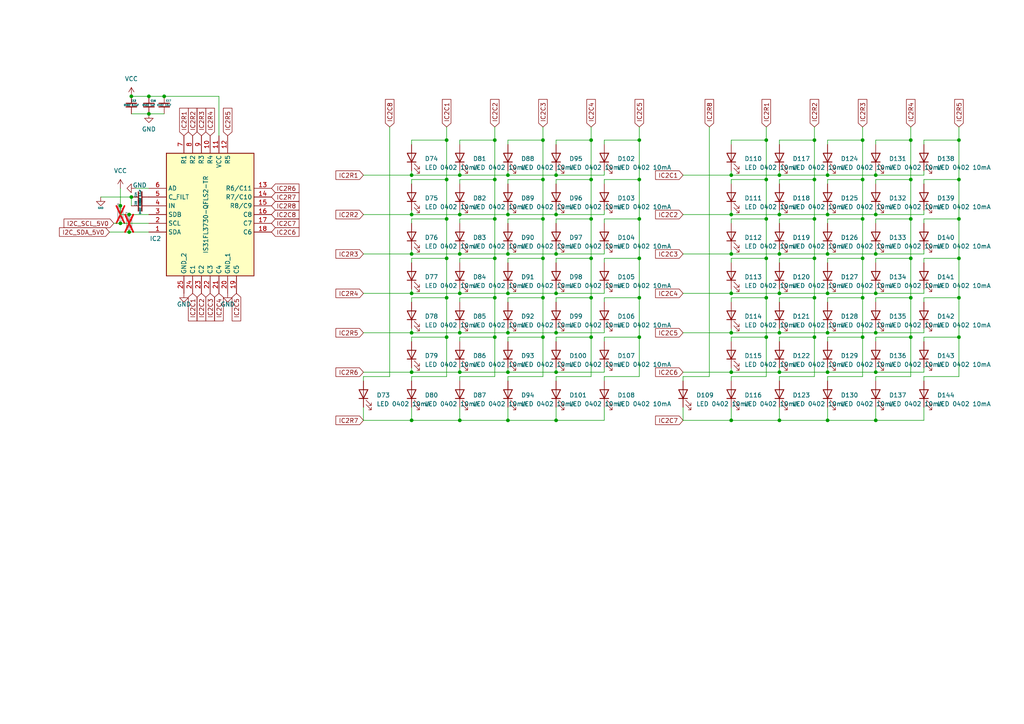
<source format=kicad_sch>
(kicad_sch (version 20231120) (generator "eeschema") (generator_version "8.0")
  (paper "A4")
  (junction (at 240.03 50.8))
  (junction (at 147.32 73.66))
  (junction (at 236.22 74.93))
  (junction (at 34.925 59.69))
  (junction (at 226.06 96.52))
  (junction (at 43.18 27.94))
  (junction (at 254 62.23))
  (junction (at 240.03 85.09))
  (junction (at 161.29 73.66))
  (junction (at 278.13 74.93))
  (junction (at 240.03 121.92))
  (junction (at 236.22 40.64))
  (junction (at 278.13 63.5))
  (junction (at 254 96.52))
  (junction (at 254 73.66))
  (junction (at 226.06 121.92))
  (junction (at 185.42 86.36))
  (junction (at 161.29 107.95))
  (junction (at 264.16 97.79))
  (junction (at 37.465 62.23))
  (junction (at 129.54 74.93))
  (junction (at 185.42 52.07))
  (junction (at 212.09 50.8))
  (junction (at 250.19 86.36))
  (junction (at 133.35 107.95))
  (junction (at 222.25 40.64))
  (junction (at 185.42 63.5))
  (junction (at 226.06 85.09))
  (junction (at 254 107.95))
  (junction (at 157.48 74.93))
  (junction (at 212.09 96.52))
  (junction (at 161.29 85.09))
  (junction (at 226.06 73.66))
  (junction (at 212.09 121.92))
  (junction (at 250.19 52.07))
  (junction (at 254 50.8))
  (junction (at 143.51 97.79))
  (junction (at 254 85.09))
  (junction (at 119.38 121.92))
  (junction (at 250.19 74.93))
  (junction (at 119.38 50.8))
  (junction (at 129.54 97.79))
  (junction (at 278.13 97.79))
  (junction (at 38.1 27.94))
  (junction (at 254 121.92))
  (junction (at 143.51 63.5))
  (junction (at 119.38 96.52))
  (junction (at 129.54 63.5))
  (junction (at 119.38 62.23))
  (junction (at 226.06 62.23))
  (junction (at 119.38 107.95))
  (junction (at 133.35 73.66))
  (junction (at 129.54 40.64))
  (junction (at 157.48 63.5))
  (junction (at 147.32 85.09))
  (junction (at 161.29 50.8))
  (junction (at 147.32 121.92))
  (junction (at 37.465 67.31))
  (junction (at 236.22 86.36))
  (junction (at 185.42 40.64))
  (junction (at 264.16 63.5))
  (junction (at 240.03 107.95))
  (junction (at 157.48 97.79))
  (junction (at 185.42 97.79))
  (junction (at 47.625 27.94))
  (junction (at 171.45 52.07))
  (junction (at 133.35 85.09))
  (junction (at 264.16 86.36))
  (junction (at 212.09 107.95))
  (junction (at 147.32 107.95))
  (junction (at 38.1 57.15))
  (junction (at 236.22 97.79))
  (junction (at 240.03 73.66))
  (junction (at 129.54 86.36))
  (junction (at 278.13 86.36))
  (junction (at 236.22 52.07))
  (junction (at 222.25 52.07))
  (junction (at 147.32 62.23))
  (junction (at 133.35 121.92))
  (junction (at 240.03 62.23))
  (junction (at 212.09 73.66))
  (junction (at 157.48 52.07))
  (junction (at 222.25 86.36))
  (junction (at 161.29 96.52))
  (junction (at 185.42 74.93))
  (junction (at 119.38 73.66))
  (junction (at 157.48 86.36))
  (junction (at 143.51 86.36))
  (junction (at 171.45 63.5))
  (junction (at 222.25 63.5))
  (junction (at 129.54 52.07))
  (junction (at 171.45 74.93))
  (junction (at 171.45 97.79))
  (junction (at 161.29 121.92))
  (junction (at 264.16 40.64))
  (junction (at 147.32 50.8))
  (junction (at 119.38 85.09))
  (junction (at 143.51 74.93))
  (junction (at 250.19 63.5))
  (junction (at 222.25 74.93))
  (junction (at 236.22 63.5))
  (junction (at 212.09 85.09))
  (junction (at 43.18 33.02))
  (junction (at 133.35 50.8))
  (junction (at 250.19 97.79))
  (junction (at 34.925 64.77))
  (junction (at 147.32 96.52))
  (junction (at 264.16 52.07))
  (junction (at 143.51 52.07))
  (junction (at 171.45 86.36))
  (junction (at 143.51 40.64))
  (junction (at 133.35 96.52))
  (junction (at 264.16 74.93))
  (junction (at 226.06 107.95))
  (junction (at 161.29 62.23))
  (junction (at 278.13 40.64))
  (junction (at 226.06 50.8))
  (junction (at 278.13 52.07))
  (junction (at 222.25 97.79))
  (junction (at 240.03 96.52))
  (junction (at 212.09 62.23))
  (junction (at 250.19 40.64))
  (junction (at 157.48 40.64))
  (junction (at 171.45 40.64))
  (junction (at 133.35 62.23))
  (wire (pts (xy 212.09 83.82) (xy 212.09 85.09)))
  (wire (pts (xy 226.06 86.36) (xy 236.22 86.36)))
  (wire (pts (xy 119.38 73.66) (xy 133.35 73.66)))
  (wire (pts (xy 133.35 85.09) (xy 147.32 85.09)))
  (wire (pts (xy 226.06 41.91) (xy 226.06 40.64)))
  (wire (pts (xy 161.29 107.95) (xy 175.26 107.95)))
  (wire (pts (xy 147.32 50.8) (xy 161.29 50.8)))
  (wire (pts (xy 147.32 96.52) (xy 161.29 96.52)))
  (wire (pts (xy 250.19 63.5) (xy 250.19 74.93)))
  (wire (pts (xy 133.35 53.34) (xy 133.35 52.07)))
  (wire (pts (xy 161.29 64.77) (xy 161.29 63.5)))
  (wire (pts (xy 157.48 63.5) (xy 157.48 74.93)))
  (wire (pts (xy 267.97 64.77) (xy 267.97 63.5)))
  (wire (pts (xy 34.925 54.61) (xy 34.925 59.69)))
  (wire (pts (xy 236.22 63.5) (xy 236.22 74.93)))
  (wire (pts (xy 171.45 97.79) (xy 171.45 109.22)))
  (wire (pts (xy 119.38 62.23) (xy 133.35 62.23)))
  (wire (pts (xy 119.38 86.36) (xy 129.54 86.36)))
  (wire (pts (xy 147.32 76.2) (xy 147.32 74.93)))
  (wire (pts (xy 119.38 121.92) (xy 133.35 121.92)))
  (wire (pts (xy 161.29 41.91) (xy 161.29 40.64)))
  (wire (pts (xy 147.32 73.66) (xy 161.29 73.66)))
  (wire (pts (xy 175.26 118.11) (xy 175.26 121.92)))
  (wire (pts (xy 133.35 97.79) (xy 143.51 97.79)))
  (wire (pts (xy 119.38 72.39) (xy 119.38 73.66)))
  (wire (pts (xy 222.25 97.79) (xy 222.25 109.22)))
  (wire (pts (xy 147.32 106.68) (xy 147.32 107.95)))
  (wire (pts (xy 143.51 97.79) (xy 143.51 109.22)))
  (wire (pts (xy 240.03 40.64) (xy 250.19 40.64)))
  (wire (pts (xy 185.42 52.07) (xy 185.42 40.64)))
  (wire (pts (xy 185.42 74.93) (xy 185.42 63.5)))
  (wire (pts (xy 254 60.96) (xy 254 62.23)))
  (wire (pts (xy 212.09 50.8) (xy 226.06 50.8)))
  (wire (pts (xy 250.19 40.64) (xy 250.19 52.07)))
  (wire (pts (xy 267.97 109.22) (xy 278.13 109.22)))
  (wire (pts (xy 212.09 62.23) (xy 226.06 62.23)))
  (wire (pts (xy 161.29 83.82) (xy 161.29 85.09)))
  (wire (pts (xy 212.09 63.5) (xy 222.25 63.5)))
  (wire (pts (xy 267.97 52.07) (xy 278.13 52.07)))
  (wire (pts (xy 185.42 40.64) (xy 185.42 36.83)))
  (wire (pts (xy 254 106.68) (xy 254 107.95)))
  (wire (pts (xy 175.26 41.91) (xy 175.26 40.64)))
  (wire (pts (xy 161.29 63.5) (xy 171.45 63.5)))
  (wire (pts (xy 63.5 39.37) (xy 63.5 27.94)))
  (wire (pts (xy 161.29 87.63) (xy 161.29 86.36)))
  (wire (pts (xy 133.35 73.66) (xy 147.32 73.66)))
  (wire (pts (xy 198.12 50.8) (xy 212.09 50.8)))
  (wire (pts (xy 226.06 106.68) (xy 226.06 107.95)))
  (wire (pts (xy 175.26 107.95) (xy 175.26 106.68)))
  (wire (pts (xy 147.32 95.25) (xy 147.32 96.52)))
  (wire (pts (xy 236.22 40.64) (xy 236.22 52.07)))
  (wire (pts (xy 212.09 86.36) (xy 222.25 86.36)))
  (wire (pts (xy 254 107.95) (xy 267.97 107.95)))
  (wire (pts (xy 133.35 107.95) (xy 147.32 107.95)))
  (wire (pts (xy 212.09 97.79) (xy 222.25 97.79)))
  (wire (pts (xy 157.48 40.64) (xy 157.48 52.07)))
  (wire (pts (xy 226.06 83.82) (xy 226.06 85.09)))
  (wire (pts (xy 226.06 63.5) (xy 236.22 63.5)))
  (wire (pts (xy 205.74 36.83) (xy 205.74 109.22)))
  (wire (pts (xy 31.75 67.31) (xy 37.465 67.31)))
  (wire (pts (xy 254 86.36) (xy 264.16 86.36)))
  (wire (pts (xy 129.54 109.22) (xy 119.38 109.22)))
  (wire (pts (xy 198.12 109.22) (xy 198.12 110.49)))
  (wire (pts (xy 37.465 62.23) (xy 43.18 62.23)))
  (wire (pts (xy 240.03 86.36) (xy 250.19 86.36)))
  (wire (pts (xy 278.13 109.22) (xy 278.13 97.79)))
  (wire (pts (xy 47.625 27.94) (xy 63.5 27.94)))
  (wire (pts (xy 254 52.07) (xy 264.16 52.07)))
  (wire (pts (xy 161.29 72.39) (xy 161.29 73.66)))
  (wire (pts (xy 267.97 63.5) (xy 278.13 63.5)))
  (wire (pts (xy 212.09 76.2) (xy 212.09 74.93)))
  (wire (pts (xy 147.32 118.11) (xy 147.32 121.92)))
  (wire (pts (xy 133.35 95.25) (xy 133.35 96.52)))
  (wire (pts (xy 254 63.5) (xy 264.16 63.5)))
  (wire (pts (xy 264.16 63.5) (xy 264.16 74.93)))
  (wire (pts (xy 240.03 76.2) (xy 240.03 74.93)))
  (wire (pts (xy 175.26 52.07) (xy 185.42 52.07)))
  (wire (pts (xy 267.97 107.95) (xy 267.97 106.68)))
  (wire (pts (xy 212.09 121.92) (xy 226.06 121.92)))
  (wire (pts (xy 264.16 86.36) (xy 264.16 97.79)))
  (wire (pts (xy 198.12 62.23) (xy 212.09 62.23)))
  (wire (pts (xy 212.09 107.95) (xy 226.06 107.95)))
  (wire (pts (xy 254 64.77) (xy 254 63.5)))
  (wire (pts (xy 236.22 52.07) (xy 236.22 63.5)))
  (wire (pts (xy 240.03 99.06) (xy 240.03 97.79)))
  (wire (pts (xy 212.09 87.63) (xy 212.09 86.36)))
  (wire (pts (xy 240.03 85.09) (xy 254 85.09)))
  (wire (pts (xy 147.32 83.82) (xy 147.32 85.09)))
  (wire (pts (xy 240.03 52.07) (xy 250.19 52.07)))
  (wire (pts (xy 198.12 96.52) (xy 212.09 96.52)))
  (wire (pts (xy 267.97 97.79) (xy 278.13 97.79)))
  (wire (pts (xy 143.51 36.83) (xy 143.51 40.64)))
  (wire (pts (xy 119.38 95.25) (xy 119.38 96.52)))
  (wire (pts (xy 119.38 96.52) (xy 133.35 96.52)))
  (wire (pts (xy 119.38 99.06) (xy 119.38 97.79)))
  (wire (pts (xy 226.06 107.95) (xy 240.03 107.95)))
  (wire (pts (xy 133.35 60.96) (xy 133.35 62.23)))
  (wire (pts (xy 147.32 85.09) (xy 161.29 85.09)))
  (wire (pts (xy 264.16 109.22) (xy 254 109.22)))
  (wire (pts (xy 147.32 86.36) (xy 157.48 86.36)))
  (wire (pts (xy 157.48 74.93) (xy 157.48 86.36)))
  (wire (pts (xy 143.51 86.36) (xy 143.51 97.79)))
  (wire (pts (xy 171.45 52.07) (xy 171.45 63.5)))
  (wire (pts (xy 105.41 85.09) (xy 119.38 85.09)))
  (wire (pts (xy 226.06 73.66) (xy 240.03 73.66)))
  (wire (pts (xy 278.13 97.79) (xy 278.13 86.36)))
  (wire (pts (xy 161.29 60.96) (xy 161.29 62.23)))
  (wire (pts (xy 267.97 99.06) (xy 267.97 97.79)))
  (wire (pts (xy 254 40.64) (xy 264.16 40.64)))
  (wire (pts (xy 226.06 40.64) (xy 236.22 40.64)))
  (wire (pts (xy 171.45 109.22) (xy 161.29 109.22)))
  (wire (pts (xy 198.12 73.66) (xy 212.09 73.66)))
  (wire (pts (xy 222.25 109.22) (xy 212.09 109.22)))
  (wire (pts (xy 37.465 67.31) (xy 43.18 67.31)))
  (wire (pts (xy 133.35 106.68) (xy 133.35 107.95)))
  (wire (pts (xy 212.09 96.52) (xy 226.06 96.52)))
  (wire (pts (xy 212.09 53.34) (xy 212.09 52.07)))
  (wire (pts (xy 175.26 63.5) (xy 185.42 63.5)))
  (wire (pts (xy 267.97 74.93) (xy 278.13 74.93)))
  (wire (pts (xy 212.09 106.68) (xy 212.09 107.95)))
  (wire (pts (xy 147.32 60.96) (xy 147.32 62.23)))
  (wire (pts (xy 240.03 53.34) (xy 240.03 52.07)))
  (wire (pts (xy 264.16 40.64) (xy 264.16 52.07)))
  (wire (pts (xy 147.32 63.5) (xy 157.48 63.5)))
  (wire (pts (xy 212.09 74.93) (xy 222.25 74.93)))
  (wire (pts (xy 38.1 27.94) (xy 43.18 27.94)))
  (wire (pts (xy 147.32 87.63) (xy 147.32 86.36)))
  (wire (pts (xy 267.97 118.11) (xy 267.97 121.92)))
  (wire (pts (xy 34.925 64.77) (xy 43.18 64.77)))
  (wire (pts (xy 105.41 109.22) (xy 105.41 110.49)))
  (wire (pts (xy 161.29 96.52) (xy 175.26 96.52)))
  (wire (pts (xy 175.26 86.36) (xy 185.42 86.36)))
  (wire (pts (xy 43.18 33.02) (xy 38.1 33.02)))
  (wire (pts (xy 267.97 96.52) (xy 267.97 95.25)))
  (wire (pts (xy 147.32 40.64) (xy 157.48 40.64)))
  (wire (pts (xy 133.35 118.11) (xy 133.35 121.92)))
  (wire (pts (xy 240.03 97.79) (xy 250.19 97.79)))
  (wire (pts (xy 133.35 64.77) (xy 133.35 63.5)))
  (wire (pts (xy 226.06 64.77) (xy 226.06 63.5)))
  (wire (pts (xy 161.29 95.25) (xy 161.29 96.52)))
  (wire (pts (xy 250.19 74.93) (xy 250.19 86.36)))
  (wire (pts (xy 133.35 62.23) (xy 147.32 62.23)))
  (wire (pts (xy 175.26 62.23) (xy 175.26 60.96)))
  (wire (pts (xy 254 109.22) (xy 254 110.49)))
  (wire (pts (xy 133.35 83.82) (xy 133.35 85.09)))
  (wire (pts (xy 157.48 52.07) (xy 157.48 63.5)))
  (wire (pts (xy 147.32 64.77) (xy 147.32 63.5)))
  (wire (pts (xy 240.03 83.82) (xy 240.03 85.09)))
  (wire (pts (xy 161.29 76.2) (xy 161.29 74.93)))
  (wire (pts (xy 157.48 86.36) (xy 157.48 97.79)))
  (wire (pts (xy 171.45 74.93) (xy 171.45 86.36)))
  (wire (pts (xy 236.22 97.79) (xy 236.22 109.22)))
  (wire (pts (xy 240.03 73.66) (xy 254 73.66)))
  (wire (pts (xy 240.03 106.68) (xy 240.03 107.95)))
  (wire (pts (xy 240.03 60.96) (xy 240.03 62.23)))
  (wire (pts (xy 129.54 36.83) (xy 129.54 40.64)))
  (wire (pts (xy 226.06 62.23) (xy 240.03 62.23)))
  (wire (pts (xy 185.42 86.36) (xy 185.42 74.93)))
  (wire (pts (xy 240.03 62.23) (xy 254 62.23)))
  (wire (pts (xy 129.54 63.5) (xy 129.54 74.93)))
  (wire (pts (xy 236.22 74.93) (xy 236.22 86.36)))
  (wire (pts (xy 198.12 85.09) (xy 212.09 85.09)))
  (wire (pts (xy 161.29 85.09) (xy 175.26 85.09)))
  (wire (pts (xy 161.29 53.34) (xy 161.29 52.07)))
  (wire (pts (xy 250.19 52.07) (xy 250.19 63.5)))
  (wire (pts (xy 119.38 60.96) (xy 119.38 62.23)))
  (wire (pts (xy 147.32 121.92) (xy 161.29 121.92)))
  (wire (pts (xy 240.03 72.39) (xy 240.03 73.66)))
  (wire (pts (xy 143.51 74.93) (xy 143.51 86.36)))
  (wire (pts (xy 161.29 49.53) (xy 161.29 50.8)))
  (wire (pts (xy 119.38 76.2) (xy 119.38 74.93)))
  (wire (pts (xy 226.06 87.63) (xy 226.06 86.36)))
  (wire (pts (xy 105.41 121.92) (xy 105.41 118.11)))
  (wire (pts (xy 240.03 63.5) (xy 250.19 63.5)))
  (wire (pts (xy 236.22 86.36) (xy 236.22 97.79)))
  (wire (pts (xy 161.29 106.68) (xy 161.29 107.95)))
  (wire (pts (xy 226.06 97.79) (xy 236.22 97.79)))
  (wire (pts (xy 133.35 96.52) (xy 147.32 96.52)))
  (wire (pts (xy 143.51 40.64) (xy 143.51 52.07)))
  (wire (pts (xy 119.38 63.5) (xy 129.54 63.5)))
  (wire (pts (xy 38.1 57.15) (xy 29.21 57.15)))
  (wire (pts (xy 119.38 40.64) (xy 129.54 40.64)))
  (wire (pts (xy 133.35 41.91) (xy 133.35 40.64)))
  (wire (pts (xy 113.03 109.22) (xy 105.41 109.22)))
  (wire (pts (xy 105.41 73.66) (xy 119.38 73.66)))
  (wire (pts (xy 226.06 49.53) (xy 226.06 50.8)))
  (wire (pts (xy 147.32 99.06) (xy 147.32 97.79)))
  (wire (pts (xy 147.32 49.53) (xy 147.32 50.8)))
  (wire (pts (xy 264.16 36.83) (xy 264.16 40.64)))
  (wire (pts (xy 250.19 86.36) (xy 250.19 97.79)))
  (wire (pts (xy 161.29 52.07) (xy 171.45 52.07)))
  (wire (pts (xy 240.03 109.22) (xy 240.03 110.49)))
  (wire (pts (xy 226.06 109.22) (xy 226.06 110.49)))
  (wire (pts (xy 105.41 96.52) (xy 119.38 96.52)))
  (wire (pts (xy 254 87.63) (xy 254 86.36)))
  (wire (pts (xy 119.38 41.91) (xy 119.38 40.64)))
  (wire (pts (xy 185.42 63.5) (xy 185.42 52.07)))
  (wire (pts (xy 161.29 121.92) (xy 175.26 121.92)))
  (wire (pts (xy 226.06 96.52) (xy 240.03 96.52)))
  (wire (pts (xy 226.06 76.2) (xy 226.06 74.93)))
  (wire (pts (xy 119.38 83.82) (xy 119.38 85.09)))
  (wire (pts (xy 133.35 52.07) (xy 143.51 52.07)))
  (wire (pts (xy 133.35 109.22) (xy 133.35 110.49)))
  (wire (pts (xy 161.29 86.36) (xy 171.45 86.36)))
  (wire (pts (xy 133.35 63.5) (xy 143.51 63.5)))
  (wire (pts (xy 175.26 85.09) (xy 175.26 83.82)))
  (wire (pts (xy 267.97 86.36) (xy 278.13 86.36)))
  (wire (pts (xy 39.37 54.61) (xy 43.18 54.61)))
  (wire (pts (xy 226.06 52.07) (xy 236.22 52.07)))
  (wire (pts (xy 175.26 109.22) (xy 185.42 109.22)))
  (wire (pts (xy 212.09 85.09) (xy 226.06 85.09)))
  (wire (pts (xy 254 53.34) (xy 254 52.07)))
  (wire (pts (xy 226.06 99.06) (xy 226.06 97.79)))
  (wire (pts (xy 143.51 109.22) (xy 133.35 109.22)))
  (wire (pts (xy 212.09 41.91) (xy 212.09 40.64)))
  (wire (pts (xy 267.97 73.66) (xy 267.97 72.39)))
  (wire (pts (xy 267.97 87.63) (xy 267.97 86.36)))
  (wire (pts (xy 254 50.8) (xy 267.97 50.8)))
  (wire (pts (xy 267.97 53.34) (xy 267.97 52.07)))
  (wire (pts (xy 161.29 50.8) (xy 175.26 50.8)))
  (wire (pts (xy 175.26 97.79) (xy 185.42 97.79)))
  (wire (pts (xy 171.45 86.36) (xy 171.45 97.79)))
  (wire (pts (xy 175.26 50.8) (xy 175.26 49.53)))
  (wire (pts (xy 133.35 121.92) (xy 147.32 121.92)))
  (wire (pts (xy 34.925 59.69) (xy 34.925 62.23)))
  (wire (pts (xy 226.06 74.93) (xy 236.22 74.93)))
  (wire (pts (xy 119.38 50.8) (xy 133.35 50.8)))
  (wire (pts (xy 222.25 40.64) (xy 222.25 52.07)))
  (wire (pts (xy 119.38 64.77) (xy 119.38 63.5)))
  (wire (pts (xy 278.13 52.07) (xy 278.13 40.64)))
  (wire (pts (xy 119.38 107.95) (xy 133.35 107.95)))
  (wire (pts (xy 240.03 121.92) (xy 254 121.92)))
  (wire (pts (xy 212.09 95.25) (xy 212.09 96.52)))
  (wire (pts (xy 175.26 73.66) (xy 175.26 72.39)))
  (wire (pts (xy 161.29 97.79) (xy 171.45 97.79)))
  (wire (pts (xy 119.38 109.22) (xy 119.38 110.49)))
  (wire (pts (xy 147.32 107.95) (xy 161.29 107.95)))
  (wire (pts (xy 278.13 40.64) (xy 278.13 36.83)))
  (wire (pts (xy 267.97 85.09) (xy 267.97 83.82)))
  (wire (pts (xy 226.06 53.34) (xy 226.06 52.07)))
  (wire (pts (xy 157.48 109.22) (xy 147.32 109.22)))
  (wire (pts (xy 212.09 73.66) (xy 226.06 73.66)))
  (wire (pts (xy 254 83.82) (xy 254 85.09)))
  (wire (pts (xy 147.32 74.93) (xy 157.48 74.93)))
  (wire (pts (xy 119.38 106.68) (xy 119.38 107.95)))
  (wire (pts (xy 278.13 63.5) (xy 278.13 52.07)))
  (wire (pts (xy 147.32 53.34) (xy 147.32 52.07)))
  (wire (pts (xy 119.38 87.63) (xy 119.38 86.36)))
  (wire (pts (xy 254 99.06) (xy 254 97.79)))
  (wire (pts (xy 254 85.09) (xy 267.97 85.09)))
  (wire (pts (xy 212.09 49.53) (xy 212.09 50.8)))
  (wire (pts (xy 236.22 36.83) (xy 236.22 40.64)))
  (wire (pts (xy 254 96.52) (xy 267.97 96.52)))
  (wire (pts (xy 143.51 63.5) (xy 143.51 74.93)))
  (wire (pts (xy 171.45 36.83) (xy 171.45 40.64)))
  (wire (pts (xy 254 121.92) (xy 267.97 121.92)))
  (wire (pts (xy 175.26 76.2) (xy 175.26 74.93)))
  (wire (pts (xy 105.41 62.23) (xy 119.38 62.23)))
  (wire (pts (xy 264.16 52.07) (xy 264.16 63.5)))
  (wire (pts (xy 147.32 97.79) (xy 157.48 97.79)))
  (wire (pts (xy 278.13 86.36) (xy 278.13 74.93)))
  (wire (pts (xy 47.625 33.02) (xy 43.18 33.02)))
  (wire (pts (xy 161.29 99.06) (xy 161.29 97.79)))
  (wire (pts (xy 226.06 50.8) (xy 240.03 50.8)))
  (wire (pts (xy 147.32 72.39) (xy 147.32 73.66)))
  (wire (pts (xy 175.26 40.64) (xy 185.42 40.64)))
  (wire (pts (xy 171.45 63.5) (xy 171.45 74.93)))
  (wire (pts (xy 240.03 74.93) (xy 250.19 74.93)))
  (wire (pts (xy 226.06 72.39) (xy 226.06 73.66)))
  (wire (pts (xy 254 74.93) (xy 264.16 74.93)))
  (wire (pts (xy 264.16 74.93) (xy 264.16 86.36)))
  (wire (pts (xy 212.09 40.64) (xy 222.25 40.64)))
  (wire (pts (xy 198.12 107.95) (xy 212.09 107.95)))
  (wire (pts (xy 129.54 52.07) (xy 129.54 63.5)))
  (wire (pts (xy 133.35 40.64) (xy 143.51 40.64)))
  (wire (pts (xy 157.48 36.83) (xy 157.48 40.64)))
  (wire (pts (xy 267.97 62.23) (xy 267.97 60.96)))
  (wire (pts (xy 175.26 96.52) (xy 175.26 95.25)))
  (wire (pts (xy 185.42 109.22) (xy 185.42 97.79)))
  (wire (pts (xy 240.03 95.25) (xy 240.03 96.52)))
  (wire (pts (xy 133.35 76.2) (xy 133.35 74.93)))
  (wire (pts (xy 38.1 57.15) (xy 38.1 59.69)))
  (wire (pts (xy 47.625 27.94) (xy 43.18 27.94)))
  (wire (pts (xy 119.38 85.09) (xy 133.35 85.09)))
  (wire (pts (xy 267.97 50.8) (xy 267.97 49.53)))
  (wire (pts (xy 119.38 49.53) (xy 119.38 50.8)))
  (wire (pts (xy 222.25 52.07) (xy 222.25 63.5)))
  (wire (pts (xy 226.06 121.92) (xy 240.03 121.92)))
  (wire (pts (xy 240.03 118.11) (xy 240.03 121.92)))
  (wire (pts (xy 222.25 63.5) (xy 222.25 74.93)))
  (wire (pts (xy 254 41.91) (xy 254 40.64)))
  (wire (pts (xy 157.48 97.79) (xy 157.48 109.22)))
  (wire (pts (xy 254 62.23) (xy 267.97 62.23)))
  (wire (pts (xy 205.74 109.22) (xy 198.12 109.22)))
  (wire (pts (xy 264.16 97.79) (xy 264.16 109.22)))
  (wire (pts (xy 161.29 109.22) (xy 161.29 110.49)))
  (wire (pts (xy 129.54 86.36) (xy 129.54 97.79)))
  (wire (pts (xy 240.03 50.8) (xy 254 50.8)))
  (wire (pts (xy 133.35 49.53) (xy 133.35 50.8)))
  (wire (pts (xy 222.25 74.93) (xy 222.25 86.36)))
  (wire (pts (xy 267.97 41.91) (xy 267.97 40.64)))
  (wire (pts (xy 175.26 53.34) (xy 175.26 52.07)))
  (wire (pts (xy 267.97 76.2) (xy 267.97 74.93)))
  (wire (pts (xy 143.51 52.07) (xy 143.51 63.5)))
  (wire (pts (xy 254 95.25) (xy 254 96.52)))
  (wire (pts (xy 226.06 118.11) (xy 226.06 121.92)))
  (wire (pts (xy 147.32 52.07) (xy 157.48 52.07)))
  (wire (pts (xy 250.19 97.79) (xy 250.19 109.22)))
  (wire (pts (xy 119.38 97.79) (xy 129.54 97.79)))
  (wire (pts (xy 254 73.66) (xy 267.97 73.66)))
  (wire (pts (xy 119.38 74.93) (xy 129.54 74.93)))
  (wire (pts (xy 119.38 118.11) (xy 119.38 121.92)))
  (wire (pts (xy 212.09 109.22) (xy 212.09 110.49)))
  (wire (pts (xy 198.12 121.92) (xy 212.09 121.92)))
  (wire (pts (xy 222.25 86.36) (xy 222.25 97.79)))
  (wire (pts (xy 278.13 74.93) (xy 278.13 63.5)))
  (wire (pts (xy 129.54 74.93) (xy 129.54 86.36)))
  (wire (pts (xy 129.54 97.79) (xy 129.54 109.22)))
  (wire (pts (xy 240.03 64.77) (xy 240.03 63.5)))
  (wire (pts (xy 33.02 64.77) (xy 34.925 64.77)))
  (wire (pts (xy 185.42 97.79) (xy 185.42 86.36)))
  (wire (pts (xy 129.54 40.64) (xy 129.54 52.07)))
  (wire (pts (xy 161.29 74.93) (xy 171.45 74.93)))
  (wire (pts (xy 212.09 72.39) (xy 212.09 73.66)))
  (wire (pts (xy 105.41 107.95) (xy 119.38 107.95)))
  (wire (pts (xy 133.35 72.39) (xy 133.35 73.66)))
  (wire (pts (xy 236.22 109.22) (xy 226.06 109.22)))
  (wire (pts (xy 147.32 62.23) (xy 161.29 62.23)))
  (wire (pts (xy 105.41 121.92) (xy 119.38 121.92)))
  (wire (pts (xy 119.38 53.34) (xy 119.38 52.07)))
  (wire (pts (xy 147.32 41.91) (xy 147.32 40.64)))
  (wire (pts (xy 267.97 40.64) (xy 278.13 40.64)))
  (wire (pts (xy 240.03 49.53) (xy 240.03 50.8)))
  (wire (pts (xy 254 97.79) (xy 264.16 97.79)))
  (wire (pts (xy 175.26 87.63) (xy 175.26 86.36)))
  (wire (pts (xy 212.09 60.96) (xy 212.09 62.23)))
  (wire (pts (xy 226.06 85.09) (xy 240.03 85.09)))
  (wire (pts (xy 147.32 109.22) (xy 147.32 110.49)))
  (wire (pts (xy 240.03 87.63) (xy 240.03 86.36)))
  (wire (pts (xy 254 72.39) (xy 254 73.66)))
  (wire (pts (xy 254 76.2) (xy 254 74.93)))
  (wire (pts (xy 161.29 40.64) (xy 171.45 40.64)))
  (wire (pts (xy 161.29 73.66) (xy 175.26 73.66)))
  (wire (pts (xy 212.09 118.11) (xy 212.09 121.92)))
  (wire (pts (xy 212.09 52.07) (xy 222.25 52.07)))
  (wire (pts (xy 240.03 96.52) (xy 254 96.52)))
  (wire (pts (xy 198.12 121.92) (xy 198.12 118.11)))
  (wire (pts (xy 171.45 40.64) (xy 171.45 52.07)))
  (wire (pts (xy 34.925 62.23) (xy 37.465 62.23)))
  (wire (pts (xy 161.29 118.11) (xy 161.29 121.92)))
  (wire (pts (xy 175.26 109.22) (xy 175.26 110.49)))
  (wire (pts (xy 240.03 41.91) (xy 240.03 40.64)))
  (wire (pts (xy 212.09 99.06) (xy 212.09 97.79)))
  (wire (pts (xy 250.19 36.83) (xy 250.19 40.64)))
  (wire (pts (xy 212.09 64.77) (xy 212.09 63.5)))
  (wire (pts (xy 133.35 50.8) (xy 147.32 50.8)))
  (wire (pts (xy 119.38 52.07) (xy 129.54 52.07)))
  (wire (pts (xy 250.19 109.22) (xy 240.03 109.22)))
  (wire (pts (xy 254 118.11) (xy 254 121.92)))
  (wire (pts (xy 175.26 64.77) (xy 175.26 63.5)))
  (wire (pts (xy 105.41 50.8) (xy 119.38 50.8)))
  (wire (pts (xy 161.29 62.23) (xy 175.26 62.23)))
  (wire (pts (xy 133.35 87.63) (xy 133.35 86.36)))
  (wire (pts (xy 133.35 74.93) (xy 143.51 74.93)))
  (wire (pts (xy 254 49.53) (xy 254 50.8)))
  (wire (pts (xy 267.97 109.22) (xy 267.97 110.49)))
  (wire (pts (xy 226.06 95.25) (xy 226.06 96.52)))
  (wire (pts (xy 113.03 36.83) (xy 113.03 109.22)))
  (wire (pts (xy 240.03 107.95) (xy 254 107.95)))
  (wire (pts (xy 222.25 36.83) (xy 222.25 40.64)))
  (wire (pts (xy 133.35 99.06) (xy 133.35 97.79)))
  (wire (pts (xy 175.26 99.06) (xy 175.26 97.79)))
  (wire (pts (xy 133.35 86.36) (xy 143.51 86.36)))
  (wire (pts (xy 226.06 60.96) (xy 226.06 62.23)))
  (wire (pts (xy 175.26 74.93) (xy 185.42 74.93)))
  (global_label "IC2R4" (shape input) (at 105.41 85.09 180) (property "Intersheetrefs" "${INTERSHEET_REFS}" (effects (hide yes))))
  (global_label "IC2R3" (shape input) (at 58.42 39.37 90) (property "Intersheetrefs" "${INTERSHEET_REFS}" (effects (hide yes))))
  (global_label "IC2R4" (shape input) (at 60.96 39.37 90) (property "Intersheetrefs" "${INTERSHEET_REFS}" (effects (hide yes))))
  (global_label "IC2R2" (shape input) (at 105.41 62.23 180) (property "Intersheetrefs" "${INTERSHEET_REFS}" (effects (hide yes))))
  (global_label "I2C_SCL_5V0" (shape input) (at 33.02 64.77 180) (property "Intersheetrefs" "${INTERSHEET_REFS}" (effects (hide yes))))
  (global_label "IC2R5" (shape input) (at 66.04 39.37 90) (property "Intersheetrefs" "${INTERSHEET_REFS}" (effects (hide yes))))
  (global_label "IC2C4" (shape input) (at 63.5 85.09 270) (property "Intersheetrefs" "${INTERSHEET_REFS}" (effects (hide yes))))
  (global_label "IC2C7" (shape input) (at 198.12 121.92 180) (property "Intersheetrefs" "${INTERSHEET_REFS}" (effects (hide yes))))
  (global_label "IC2R7" (shape input) (at 78.74 57.15 0) (property "Intersheetrefs" "${INTERSHEET_REFS}" (effects (hide yes))))
  (global_label "IC2C3" (shape input) (at 198.12 73.66 180) (property "Intersheetrefs" "${INTERSHEET_REFS}" (effects (hide yes))))
  (global_label "IC2R6" (shape input) (at 78.74 54.61 0) (property "Intersheetrefs" "${INTERSHEET_REFS}" (effects (hide yes))))
  (global_label "IC2C6" (shape input) (at 78.74 67.31 0) (property "Intersheetrefs" "${INTERSHEET_REFS}" (effects (hide yes))))
  (global_label "IC2C3" (shape input) (at 60.96 85.09 270) (property "Intersheetrefs" "${INTERSHEET_REFS}" (effects (hide yes))))
  (global_label "I2C_SDA_5V0" (shape input) (at 31.75 67.31 180) (property "Intersheetrefs" "${INTERSHEET_REFS}" (effects (hide yes))))
  (global_label "IC2C2" (shape input) (at 58.42 85.09 270) (property "Intersheetrefs" "${INTERSHEET_REFS}" (effects (hide yes))))
  (global_label "IC2R8" (shape input) (at 205.74 36.83 90) (property "Intersheetrefs" "${INTERSHEET_REFS}" (effects (hide yes))))
  (global_label "IC2C8" (shape input) (at 113.03 36.83 90) (property "Intersheetrefs" "${INTERSHEET_REFS}" (effects (hide yes))))
  (global_label "IC2C3" (shape input) (at 157.48 36.83 90) (property "Intersheetrefs" "${INTERSHEET_REFS}" (effects (hide yes))))
  (global_label "IC2C2" (shape input) (at 143.51 36.83 90) (property "Intersheetrefs" "${INTERSHEET_REFS}" (effects (hide yes))))
  (global_label "IC2C2" (shape input) (at 198.12 62.23 180) (property "Intersheetrefs" "${INTERSHEET_REFS}" (effects (hide yes))))
  (global_label "IC2C5" (shape input) (at 68.58 85.09 270) (property "Intersheetrefs" "${INTERSHEET_REFS}" (effects (hide yes))))
  (global_label "IC2R5" (shape input) (at 278.13 36.83 90) (property "Intersheetrefs" "${INTERSHEET_REFS}" (effects (hide yes))))
  (global_label "IC2C5" (shape input) (at 198.12 96.52 180) (property "Intersheetrefs" "${INTERSHEET_REFS}" (effects (hide yes))))
  (global_label "IC2R4" (shape input) (at 264.16 36.83 90) (property "Intersheetrefs" "${INTERSHEET_REFS}" (effects (hide yes))))
  (global_label "IC2C4" (shape input) (at 198.12 85.09 180) (property "Intersheetrefs" "${INTERSHEET_REFS}" (effects (hide yes))))
  (global_label "IC2C8" (shape input) (at 78.74 62.23 0) (property "Intersheetrefs" "${INTERSHEET_REFS}" (effects (hide yes))))
  (global_label "IC2C1" (shape input) (at 55.88 85.09 270) (property "Intersheetrefs" "${INTERSHEET_REFS}" (effects (hide yes))))
  (global_label "IC2R1" (shape input) (at 222.25 36.83 90) (property "Intersheetrefs" "${INTERSHEET_REFS}" (effects (hide yes))))
  (global_label "IC2C1" (shape input) (at 129.54 36.83 90) (property "Intersheetrefs" "${INTERSHEET_REFS}" (effects (hide yes))))
  (global_label "IC2C1" (shape input) (at 198.12 50.8 180) (property "Intersheetrefs" "${INTERSHEET_REFS}" (effects (hide yes))))
  (global_label "IC2R8" (shape input) (at 78.74 59.69 0) (property "Intersheetrefs" "${INTERSHEET_REFS}" (effects (hide yes))))
  (global_label "IC2C4" (shape input) (at 171.45 36.83 90) (property "Intersheetrefs" "${INTERSHEET_REFS}" (effects (hide yes))))
  (global_label "IC2R6" (shape input) (at 105.41 107.95 180) (property "Intersheetrefs" "${INTERSHEET_REFS}" (effects (hide yes))))
  (global_label "IC2R2" (shape input) (at 236.22 36.83 90) (property "Intersheetrefs" "${INTERSHEET_REFS}" (effects (hide yes))))
  (global_label "IC2R3" (shape input) (at 250.19 36.83 90) (property "Intersheetrefs" "${INTERSHEET_REFS}" (effects (hide yes))))
  (global_label "IC2R5" (shape input) (at 105.41 96.52 180) (property "Intersheetrefs" "${INTERSHEET_REFS}" (effects (hide yes))))
  (global_label "IC2C5" (shape input) (at 185.42 36.83 90) (property "Intersheetrefs" "${INTERSHEET_REFS}" (effects (hide yes))))
  (global_label "IC2R2" (shape input) (at 55.88 39.37 90) (property "Intersheetrefs" "${INTERSHEET_REFS}" (effects (hide yes))))
  (global_label "IC2R3" (shape input) (at 105.41 73.66 180) (property "Intersheetrefs" "${INTERSHEET_REFS}" (effects (hide yes))))
  (global_label "IC2C7" (shape input) (at 78.74 64.77 0) (property "Intersheetrefs" "${INTERSHEET_REFS}" (effects (hide yes))))
  (global_label "IC2R7" (shape input) (at 105.41 121.92 180) (property "Intersheetrefs" "${INTERSHEET_REFS}" (effects (hide yes))))
  (global_label "IC2R1" (shape input) (at 105.41 50.8 180) (property "Intersheetrefs" "${INTERSHEET_REFS}" (effects (hide yes))))
  (global_label "IC2C6" (shape input) (at 198.12 107.95 180) (property "Intersheetrefs" "${INTERSHEET_REFS}" (effects (hide yes))))
  (global_label "IC2R1" (shape input) (at 53.34 39.37 90) (property "Intersheetrefs" "${INTERSHEET_REFS}" (effects (hide yes))))
  (symbol (lib_id "power:GND") (at 66.04 85.09 0) (mirror y) (unit 1)
    (property "Reference" "#PWR036" (effects (hide yes)))
    (property "Value" "GND" (at 66.04 88.265 0))
  )
  (symbol (lib_id "Device:LED") (at 161.29 102.87 90) (unit 1)
    (property "Reference" "D100" (at 165.1 103.1875 90) (effects (justify right)))
    (property "Value" "LED 0402 10mA" (at 165.1 105.7275 90) (effects (justify right)))
    (property "Footprint" "LED_SMD:LED_0402_1005Metric" (effects (hide yes)))
  )
  (symbol (lib_id "Device:LED") (at 133.35 114.3 90) (unit 1)
    (property "Reference" "D87" (at 137.16 114.6175 90) (effects (justify right)))
    (property "Value" "LED 0402 10mA" (at 137.16 117.1575 90) (effects (justify right)))
    (property "Footprint" "LED_SMD:LED_0402_1005Metric" (effects (hide yes)))
  )
  (symbol (lib_id "Device:LED") (at 147.32 102.87 90) (unit 1)
    (property "Reference" "D93" (at 151.13 103.1875 90) (effects (justify right)))
    (property "Value" "LED 0402 10mA" (at 151.13 105.7275 90) (effects (justify right)))
    (property "Footprint" "LED_SMD:LED_0402_1005Metric" (effects (hide yes)))
  )
  (symbol (lib_id "Device:LED") (at 226.06 57.15 90) (unit 1)
    (property "Reference" "D118" (at 229.87 57.4675 90) (effects (justify right)))
    (property "Value" "LED 0402 10mA" (at 229.87 60.0075 90) (effects (justify right)))
    (property "Footprint" "LED_SMD:LED_0402_1005Metric" (effects (hide yes)))
  )
  (symbol (lib_id "Device:LED") (at 198.12 114.3 90) (unit 1)
    (property "Reference" "D109" (at 201.93 114.6175 90) (effects (justify right)))
    (property "Value" "LED 0402 10mA" (at 201.93 117.1575 90) (effects (justify right)))
    (property "Footprint" "LED_SMD:LED_0402_1005Metric" (effects (hide yes)))
  )
  (symbol (lib_id "Device:LED") (at 212.09 68.58 90) (unit 1)
    (property "Reference" "D112" (at 215.9 68.8975 90) (effects (justify right)))
    (property "Value" "LED 0402 10mA" (at 215.9 71.4375 90) (effects (justify right)))
    (property "Footprint" "LED_SMD:LED_0402_1005Metric" (effects (hide yes)))
  )
  (symbol (lib_id "Device:LED") (at 175.26 114.3 90) (unit 1)
    (property "Reference" "D108" (at 179.07 114.6175 90) (effects (justify right)))
    (property "Value" "LED 0402 10mA" (at 179.07 117.1575 90) (effects (justify right)))
    (property "Footprint" "LED_SMD:LED_0402_1005Metric" (effects (hide yes)))
  )
  (symbol (lib_id "Device:LED") (at 240.03 80.01 90) (unit 1)
    (property "Reference" "D127" (at 243.84 80.3275 90) (effects (justify right)))
    (property "Value" "LED 0402 10mA" (at 243.84 82.8675 90) (effects (justify right)))
    (property "Footprint" "LED_SMD:LED_0402_1005Metric" (effects (hide yes)))
  )
  (symbol (lib_id "Device:LED") (at 119.38 114.3 90) (unit 1)
    (property "Reference" "D80" (at 123.19 114.6175 90) (effects (justify right)))
    (property "Value" "LED 0402 10mA" (at 123.19 117.1575 90) (effects (justify right)))
    (property "Footprint" "LED_SMD:LED_0402_1005Metric" (effects (hide yes)))
  )
  (symbol (lib_id "Device:LED") (at 175.26 68.58 90) (unit 1)
    (property "Reference" "D104" (at 179.07 68.8975 90) (effects (justify right)))
    (property "Value" "LED 0402 10mA" (at 179.07 71.4375 90) (effects (justify right)))
    (property "Footprint" "LED_SMD:LED_0402_1005Metric" (effects (hide yes)))
  )
  (symbol (lib_id "Device:LED") (at 133.35 80.01 90) (unit 1)
    (property "Reference" "D84" (at 137.16 80.3275 90) (effects (justify right)))
    (property "Value" "LED 0402 10mA" (at 137.16 82.8675 90) (effects (justify right)))
    (property "Footprint" "LED_SMD:LED_0402_1005Metric" (effects (hide yes)))
  )
  (symbol (lib_id "Device:LED") (at 212.09 91.44 90) (unit 1)
    (property "Reference" "D114" (at 215.9 91.7575 90) (effects (justify right)))
    (property "Value" "LED 0402 10mA" (at 215.9 94.2975 90) (effects (justify right)))
    (property "Footprint" "LED_SMD:LED_0402_1005Metric" (effects (hide yes)))
  )
  (symbol (lib_id "Device:LED") (at 240.03 91.44 90) (unit 1)
    (property "Reference" "D128" (at 243.84 91.7575 90) (effects (justify right)))
    (property "Value" "LED 0402 10mA" (at 243.84 94.2975 90) (effects (justify right)))
    (property "Footprint" "LED_SMD:LED_0402_1005Metric" (effects (hide yes)))
  )
  (symbol (lib_id "power:GND") (at 39.37 54.61 270) (unit 1)
    (property "Reference" "#PWR033" (effects (hide yes)))
    (property "Value" "GND" (at 38.481 53.721 90) (effects (justify left)))
  )
  (symbol (lib_id "Device:LED") (at 226.06 91.44 90) (unit 1)
    (property "Reference" "D121" (at 229.87 91.7575 90) (effects (justify right)))
    (property "Value" "LED 0402 10mA" (at 229.87 94.2975 90) (effects (justify right)))
    (property "Footprint" "LED_SMD:LED_0402_1005Metric" (effects (hide yes)))
  )
  (symbol (lib_id "Device:C_Small") (at 47.625 30.48 0) (unit 1)
    (property "Reference" "C17" (at 48.895 29.21 0) (effects (font (size 0.5 0.5))))
    (property "Value" "0402 10uF" (at 47.625 30.48 0) (effects (font (size 0.5 0.5))))
    (property "Footprint" "Capacitor_SMD:C_0402_1005Metric" (effects (hide yes)))
  )
  (symbol (lib_id "Device:LED") (at 175.26 45.72 90) (unit 1)
    (property "Reference" "D102" (at 179.07 46.0375 90) (effects (justify right)))
    (property "Value" "LED 0402 10mA" (at 179.07 48.5775 90) (effects (justify right)))
    (property "Footprint" "LED_SMD:LED_0402_1005Metric" (effects (hide yes)))
  )
  (symbol (lib_id "Device:LED") (at 226.06 45.72 90) (unit 1)
    (property "Reference" "D117" (at 229.87 46.0375 90) (effects (justify right)))
    (property "Value" "LED 0402 10mA" (at 229.87 48.5775 90) (effects (justify right)))
    (property "Footprint" "LED_SMD:LED_0402_1005Metric" (effects (hide yes)))
  )
  (symbol (lib_id "Device:LED") (at 133.35 68.58 90) (unit 1)
    (property "Reference" "D83" (at 137.16 68.8975 90) (effects (justify right)))
    (property "Value" "LED 0402 10mA" (at 137.16 71.4375 90) (effects (justify right)))
    (property "Footprint" "LED_SMD:LED_0402_1005Metric" (effects (hide yes)))
  )
  (symbol (lib_id "power:GND") (at 53.34 85.09 0) (mirror y) (unit 1)
    (property "Reference" "#PWR035" (effects (hide yes)))
    (property "Value" "GND" (at 53.34 88.265 0))
  )
  (symbol (lib_id "Device:LED") (at 119.38 57.15 90) (unit 1)
    (property "Reference" "D75" (at 123.19 57.4675 90) (effects (justify right)))
    (property "Value" "LED 0402 10mA" (at 123.19 60.0075 90) (effects (justify right)))
    (property "Footprint" "LED_SMD:LED_0402_1005Metric" (effects (hide yes)))
  )
  (symbol (lib_id "Device:LED") (at 175.26 102.87 90) (unit 1)
    (property "Reference" "D107" (at 179.07 103.1875 90) (effects (justify right)))
    (property "Value" "LED 0402 10mA" (at 179.07 105.7275 90) (effects (justify right)))
    (property "Footprint" "LED_SMD:LED_0402_1005Metric" (effects (hide yes)))
  )
  (symbol (lib_id "power:GND") (at 43.18 33.02 0) (unit 1)
    (property "Reference" "#PWR034" (effects (hide yes)))
    (property "Value" "GND" (at 43.18 37.465 0))
  )
  (symbol (lib_id "Device:LED") (at 147.32 57.15 90) (unit 1)
    (property "Reference" "D89" (at 151.13 57.4675 90) (effects (justify right)))
    (property "Value" "LED 0402 10mA" (at 151.13 60.0075 90) (effects (justify right)))
    (property "Footprint" "LED_SMD:LED_0402_1005Metric" (effects (hide yes)))
  )
  (symbol (lib_id "Device:LED") (at 212.09 80.01 90) (unit 1)
    (property "Reference" "D113" (at 215.9 80.3275 90) (effects (justify right)))
    (property "Value" "LED 0402 10mA" (at 215.9 82.8675 90) (effects (justify right)))
    (property "Footprint" "LED_SMD:LED_0402_1005Metric" (effects (hide yes)))
  )
  (symbol (lib_id "Device:LED") (at 161.29 45.72 90) (unit 1)
    (property "Reference" "D95" (at 165.1 46.0375 90) (effects (justify right)))
    (property "Value" "LED 0402 10mA" (at 165.1 48.5775 90) (effects (justify right)))
    (property "Footprint" "LED_SMD:LED_0402_1005Metric" (effects (hide yes)))
  )
  (symbol (lib_id "Device:LED") (at 147.32 68.58 90) (unit 1)
    (property "Reference" "D90" (at 151.13 68.8975 90) (effects (justify right)))
    (property "Value" "LED 0402 10mA" (at 151.13 71.4375 90) (effects (justify right)))
    (property "Footprint" "LED_SMD:LED_0402_1005Metric" (effects (hide yes)))
  )
  (symbol (lib_id "Device:LED") (at 267.97 114.3 90) (unit 1)
    (property "Reference" "D144" (at 271.78 114.6175 90) (effects (justify right)))
    (property "Value" "LED 0402 10mA" (at 271.78 117.1575 90) (effects (justify right)))
    (property "Footprint" "LED_SMD:LED_0402_1005Metric" (effects (hide yes)))
  )
  (symbol (lib_id "Device:LED") (at 240.03 102.87 90) (unit 1)
    (property "Reference" "D129" (at 243.84 103.1875 90) (effects (justify right)))
    (property "Value" "LED 0402 10mA" (at 243.84 105.7275 90) (effects (justify right)))
    (property "Footprint" "LED_SMD:LED_0402_1005Metric" (effects (hide yes)))
  )
  (symbol (lib_id "Device:LED") (at 254 91.44 90) (unit 1)
    (property "Reference" "D135" (at 257.81 91.7575 90) (effects (justify right)))
    (property "Value" "LED 0402 10mA" (at 257.81 94.2975 90) (effects (justify right)))
    (property "Footprint" "LED_SMD:LED_0402_1005Metric" (effects (hide yes)))
  )
  (symbol (lib_id "Device:LED") (at 119.38 91.44 90) (unit 1)
    (property "Reference" "D78" (at 123.19 91.7575 90) (effects (justify right)))
    (property "Value" "LED 0402 10mA" (at 123.19 94.2975 90) (effects (justify right)))
    (property "Footprint" "LED_SMD:LED_0402_1005Metric" (effects (hide yes)))
  )
  (symbol (lib_id "Device:LED") (at 147.32 45.72 90) (unit 1)
    (property "Reference" "D88" (at 151.13 46.0375 90) (effects (justify right)))
    (property "Value" "LED 0402 10mA" (at 151.13 48.5775 90) (effects (justify right)))
    (property "Footprint" "LED_SMD:LED_0402_1005Metric" (effects (hide yes)))
  )
  (symbol (lib_id "Device:LED") (at 254 45.72 90) (unit 1)
    (property "Reference" "D131" (at 257.81 46.0375 90) (effects (justify right)))
    (property "Value" "LED 0402 10mA" (at 257.81 48.5775 90) (effects (justify right)))
    (property "Footprint" "LED_SMD:LED_0402_1005Metric" (effects (hide yes)))
  )
  (symbol (lib_id "Device:LED") (at 240.03 114.3 90) (unit 1)
    (property "Reference" "D130" (at 243.84 114.6175 90) (effects (justify right)))
    (property "Value" "LED 0402 10mA" (at 243.84 117.1575 90) (effects (justify right)))
    (property "Footprint" "LED_SMD:LED_0402_1005Metric" (effects (hide yes)))
  )
  (symbol (lib_id "Device:LED") (at 226.06 114.3 90) (unit 1)
    (property "Reference" "D123" (at 229.87 114.6175 90) (effects (justify right)))
    (property "Value" "LED 0402 10mA" (at 229.87 117.1575 90) (effects (justify right)))
    (property "Footprint" "LED_SMD:LED_0402_1005Metric" (effects (hide yes)))
  )
  (symbol (lib_id "Device:R_Small") (at 37.465 64.77 180) (unit 1) (on_board no) (dnp yes)
    (property "Reference" "R17" (at 36.83 62.23 90) (effects (font (size 0.5 0.5))))
    (property "Value" "10K 0402" (at 37.465 64.77 90) (effects (font (size 0.4 0.4))))
    (property "Footprint" "Resistor_SMD:R_0402_1005Metric" (effects (hide yes)))
  )
  (symbol (lib_id "Device:LED") (at 267.97 45.72 90) (unit 1)
    (property "Reference" "D138" (at 271.78 46.0375 90) (effects (justify right)))
    (property "Value" "LED 0402 10mA" (at 271.78 48.5775 90) (effects (justify right)))
    (property "Footprint" "LED_SMD:LED_0402_1005Metric" (effects (hide yes)))
  )
  (symbol (lib_id "power:VCC") (at 38.1 27.94 0) (unit 1)
    (property "Reference" "#PWR032" (effects (hide yes)))
    (property "Value" "VCC" (at 38.1 22.86 0))
  )
  (symbol (lib_id "Device:LED") (at 105.41 114.3 90) (unit 1)
    (property "Reference" "D73" (at 109.22 114.6175 90) (effects (justify right)))
    (property "Value" "LED 0402 10mA" (at 109.22 117.1575 90) (effects (justify right)))
    (property "Footprint" "LED_SMD:LED_0402_1005Metric" (effects (hide yes)))
  )
  (symbol (lib_id "Device:C_Small") (at 40.64 59.69 90) (unit 1)
    (property "Reference" "C15" (at 39.37 59.055 0) (effects (font (size 0.5 0.5))))
    (property "Value" "0402 0.22uF" (at 40.64 59.69 0) (effects (font (size 0.5 0.5))))
    (property "Footprint" "Capacitor_SMD:C_0402_1005Metric" (effects (hide yes)))
  )
  (symbol (lib_id "Device:LED") (at 119.38 102.87 90) (unit 1)
    (property "Reference" "D79" (at 123.19 103.1875 90) (effects (justify right)))
    (property "Value" "LED 0402 10mA" (at 123.19 105.7275 90) (effects (justify right)))
    (property "Footprint" "LED_SMD:LED_0402_1005Metric" (effects (hide yes)))
  )
  (symbol (lib_id "Device:C_Small") (at 43.18 30.48 0) (unit 1)
    (property "Reference" "C16" (at 44.45 29.21 0) (effects (font (size 0.5 0.5))))
    (property "Value" "0402 1uF" (at 43.18 30.48 0) (effects (font (size 0.5 0.5))))
    (property "Footprint" "Capacitor_SMD:C_0402_1005Metric" (effects (hide yes)))
  )
  (symbol (lib_id "Device:LED") (at 240.03 57.15 90) (unit 1)
    (property "Reference" "D125" (at 243.84 57.4675 90) (effects (justify right)))
    (property "Value" "LED 0402 10mA" (at 243.84 60.0075 90) (effects (justify right)))
    (property "Footprint" "LED_SMD:LED_0402_1005Metric" (effects (hide yes)))
  )
  (symbol (lib_id "power:VCC") (at 34.925 54.61 0) (unit 1)
    (property "Reference" "#PWR031" (effects (hide yes)))
    (property "Value" "VCC" (at 34.925 49.53 0))
  )
  (symbol (lib_id "Device:LED") (at 133.35 57.15 90) (unit 1)
    (property "Reference" "D82" (at 137.16 57.4675 90) (effects (justify right)))
    (property "Value" "LED 0402 10mA" (at 137.16 60.0075 90) (effects (justify right)))
    (property "Footprint" "LED_SMD:LED_0402_1005Metric" (effects (hide yes)))
  )
  (symbol (lib_id "Device:LED") (at 147.32 114.3 90) (unit 1)
    (property "Reference" "D94" (at 151.13 114.6175 90) (effects (justify right)))
    (property "Value" "LED 0402 10mA" (at 151.13 117.1575 90) (effects (justify right)))
    (property "Footprint" "LED_SMD:LED_0402_1005Metric" (effects (hide yes)))
  )
  (symbol (lib_id "Device:LED") (at 254 114.3 90) (unit 1)
    (property "Reference" "D137" (at 257.81 114.6175 90) (effects (justify right)))
    (property "Value" "LED 0402 10mA" (at 257.81 117.1575 90) (effects (justify right)))
    (property "Footprint" "LED_SMD:LED_0402_1005Metric" (effects (hide yes)))
  )
  (symbol (lib_id "Device:LED") (at 226.06 102.87 90) (unit 1)
    (property "Reference" "D122" (at 229.87 103.1875 90) (effects (justify right)))
    (property "Value" "LED 0402 10mA" (at 229.87 105.7275 90) (effects (justify right)))
    (property "Footprint" "LED_SMD:LED_0402_1005Metric" (effects (hide yes)))
  )
  (symbol (lib_id "Device:LED") (at 212.09 114.3 90) (unit 1)
    (property "Reference" "D116" (at 215.9 114.6175 90) (effects (justify right)))
    (property "Value" "LED 0402 10mA" (at 215.9 117.1575 90) (effects (justify right)))
    (property "Footprint" "LED_SMD:LED_0402_1005Metric" (effects (hide yes)))
  )
  (symbol (lib_id "Device:LED") (at 119.38 80.01 90) (unit 1)
    (property "Reference" "D77" (at 123.19 80.3275 90) (effects (justify right)))
    (property "Value" "LED 0402 10mA" (at 123.19 82.8675 90) (effects (justify right)))
    (property "Footprint" "LED_SMD:LED_0402_1005Metric" (effects (hide yes)))
  )
  (symbol (lib_id "Device:LED") (at 212.09 57.15 90) (unit 1)
    (property "Reference" "D111" (at 215.9 57.4675 90) (effects (justify right)))
    (property "Value" "LED 0402 10mA" (at 215.9 60.0075 90) (effects (justify right)))
    (property "Footprint" "LED_SMD:LED_0402_1005Metric" (effects (hide yes)))
  )
  (symbol (lib_id "Device:LED") (at 133.35 91.44 90) (unit 1)
    (property "Reference" "D85" (at 137.16 91.7575 90) (effects (justify right)))
    (property "Value" "LED 0402 10mA" (at 137.16 94.2975 90) (effects (justify right)))
    (property "Footprint" "LED_SMD:LED_0402_1005Metric" (effects (hide yes)))
  )
  (symbol (lib_id "Device:LED") (at 267.97 80.01 90) (unit 1)
    (property "Reference" "D141" (at 271.78 80.3275 90) (effects (justify right)))
    (property "Value" "LED 0402 10mA" (at 271.78 82.8675 90) (effects (justify right)))
    (property "Footprint" "LED_SMD:LED_0402_1005Metric" (effects (hide yes)))
  )
  (symbol (lib_id "Device:LED") (at 226.06 80.01 90) (unit 1)
    (property "Reference" "D120" (at 229.87 80.3275 90) (effects (justify right)))
    (property "Value" "LED 0402 10mA" (at 229.87 82.8675 90) (effects (justify right)))
    (property "Footprint" "LED_SMD:LED_0402_1005Metric" (effects (hide yes)))
  )
  (symbol (lib_id "Device:LED") (at 119.38 45.72 90) (unit 1)
    (property "Reference" "D74" (at 123.19 46.0375 90) (effects (justify right)))
    (property "Value" "LED 0402 10mA" (at 123.19 48.5775 90) (effects (justify right)))
    (property "Footprint" "LED_SMD:LED_0402_1005Metric" (effects (hide yes)))
  )
  (symbol (lib_id "Device:LED") (at 161.29 57.15 90) (unit 1)
    (property "Reference" "D96" (at 165.1 57.4675 90) (effects (justify right)))
    (property "Value" "LED 0402 10mA" (at 165.1 60.0075 90) (effects (justify right)))
    (property "Footprint" "LED_SMD:LED_0402_1005Metric" (effects (hide yes)))
  )
  (symbol (lib_id "Device:LED") (at 133.35 102.87 90) (unit 1)
    (property "Reference" "D86" (at 137.16 103.1875 90) (effects (justify right)))
    (property "Value" "LED 0402 10mA" (at 137.16 105.7275 90) (effects (justify right)))
    (property "Footprint" "LED_SMD:LED_0402_1005Metric" (effects (hide yes)))
  )
  (symbol (lib_id "Device:LED") (at 175.26 80.01 90) (unit 1)
    (property "Reference" "D105" (at 179.07 80.3275 90) (effects (justify right)))
    (property "Value" "LED 0402 10mA" (at 179.07 82.8675 90) (effects (justify right)))
    (property "Footprint" "LED_SMD:LED_0402_1005Metric" (effects (hide yes)))
  )
  (symbol (lib_id "Device:LED") (at 147.32 91.44 90) (unit 1)
    (property "Reference" "D92" (at 151.13 91.7575 90) (effects (justify right)))
    (property "Value" "LED 0402 10mA" (at 151.13 94.2975 90) (effects (justify right)))
    (property "Footprint" "LED_SMD:LED_0402_1005Metric" (effects (hide yes)))
  )
  (symbol (lib_id "Device:LED") (at 161.29 80.01 90) (unit 1)
    (property "Reference" "D98" (at 165.1 80.3275 90) (effects (justify right)))
    (property "Value" "LED 0402 10mA" (at 165.1 82.8675 90) (effects (justify right)))
    (property "Footprint" "LED_SMD:LED_0402_1005Metric" (effects (hide yes)))
  )
  (symbol (lib_id "Device:C_Small") (at 38.1 30.48 0) (unit 1)
    (property "Reference" "C13" (at 38.735 29.21 0) (effects (font (size 0.5 0.5))))
    (property "Value" "0402 0.1uF" (at 38.1 30.48 0) (effects (font (size 0.5 0.5))))
    (property "Footprint" "Capacitor_SMD:C_0402_1005Metric" (effects (hide yes)))
  )
  (symbol (lib_id "Device:LED") (at 226.06 68.58 90) (unit 1)
    (property "Reference" "D119" (at 229.87 68.8975 90) (effects (justify right)))
    (property "Value" "LED 0402 10mA" (at 229.87 71.4375 90) (effects (justify right)))
    (property "Footprint" "LED_SMD:LED_0402_1005Metric" (effects (hide yes)))
  )
  (symbol (lib_id "Device:LED") (at 267.97 57.15 90) (unit 1)
    (property "Reference" "D139" (at 271.78 57.4675 90) (effects (justify right)))
    (property "Value" "LED 0402 10mA" (at 271.78 60.0075 90) (effects (justify right)))
    (property "Footprint" "LED_SMD:LED_0402_1005Metric" (effects (hide yes)))
  )
  (symbol (lib_id "Device:LED") (at 267.97 102.87 90) (unit 1)
    (property "Reference" "D143" (at 271.78 103.1875 90) (effects (justify right)))
    (property "Value" "LED 0402 10mA" (at 271.78 105.7275 90) (effects (justify right)))
    (property "Footprint" "LED_SMD:LED_0402_1005Metric" (effects (hide yes)))
  )
  (symbol (lib_id "Device:LED") (at 254 80.01 90) (unit 1)
    (property "Reference" "D134" (at 257.81 80.3275 90) (effects (justify right)))
    (property "Value" "LED 0402 10mA" (at 257.81 82.8675 90) (effects (justify right)))
    (property "Footprint" "LED_SMD:LED_0402_1005Metric" (effects (hide yes)))
  )
  (symbol (lib_id "Device:LED") (at 147.32 80.01 90) (unit 1)
    (property "Reference" "D91" (at 151.13 80.3275 90) (effects (justify right)))
    (property "Value" "LED 0402 10mA" (at 151.13 82.8675 90) (effects (justify right)))
    (property "Footprint" "LED_SMD:LED_0402_1005Metric" (effects (hide yes)))
  )
  (symbol (lib_id "Device:R_Small") (at 34.925 62.23 180) (unit 1) (on_board no) (dnp yes)
    (property "Reference" "R16" (at 34.29 59.69 90) (effects (font (size 0.5 0.5))))
    (property "Value" "10K 0402" (at 34.925 62.23 90) (effects (font (size 0.4 0.4))))
    (property "Footprint" "Resistor_SMD:R_0402_1005Metric" (effects (hide yes)))
  )
  (symbol (lib_id "Device:LED") (at 267.97 91.44 90) (unit 1)
    (property "Reference" "D142" (at 271.78 91.7575 90) (effects (justify right)))
    (property "Value" "LED 0402 10mA" (at 271.78 94.2975 90) (effects (justify right)))
    (property "Footprint" "LED_SMD:LED_0402_1005Metric" (effects (hide yes)))
  )
  (symbol (lib_id "power:GND") (at 29.21 57.15 0) (unit 1)
    (property "Reference" "#PWR030" (effects (hide yes)))
    (property "Value" "GND" (at 29.21 60.325 0) (effects (font (size 0.5 0.5))))
  )
  (symbol (lib_id "Device:LED") (at 212.09 45.72 90) (unit 1)
    (property "Reference" "D110" (at 215.9 46.0375 90) (effects (justify right)))
    (property "Value" "LED 0402 10mA" (at 215.9 48.5775 90) (effects (justify right)))
    (property "Footprint" "LED_SMD:LED_0402_1005Metric" (effects (hide yes)))
  )
  (symbol (lib_id "Device:LED") (at 161.29 114.3 90) (unit 1)
    (property "Reference" "D101" (at 165.1 114.6175 90) (effects (justify right)))
    (property "Value" "LED 0402 10mA" (at 165.1 117.1575 90) (effects (justify right)))
    (property "Footprint" "LED_SMD:LED_0402_1005Metric" (effects (hide yes)))
  )
  (symbol (lib_id "Device:LED") (at 175.26 57.15 90) (unit 1)
    (property "Reference" "D103" (at 179.07 57.4675 90) (effects (justify right)))
    (property "Value" "LED 0402 10mA" (at 179.07 60.0075 90) (effects (justify right)))
    (property "Footprint" "LED_SMD:LED_0402_1005Metric" (effects (hide yes)))
  )
  (symbol (lib_id "Device:C_Small") (at 40.64 57.15 90) (unit 1)
    (property "Reference" "C14" (at 39.37 56.515 0) (effects (font (size 0.5 0.5))))
    (property "Value" "0402 0.1uF" (at 40.64 57.15 0) (effects (font (size 0.5 0.5))))
    (property "Footprint" "Capacitor_SMD:C_0402_1005Metric" (effects (hide yes)))
  )
  (symbol (lib_id "Device:LED") (at 267.97 68.58 90) (unit 1)
    (property "Reference" "D140" (at 271.78 68.8975 90) (effects (justify right)))
    (property "Value" "LED 0402 10mA" (at 271.78 71.4375 90) (effects (justify right)))
    (property "Footprint" "LED_SMD:LED_0402_1005Metric" (effects (hide yes)))
  )
  (symbol (lib_id "Device:LED") (at 240.03 68.58 90) (unit 1)
    (property "Reference" "D126" (at 243.84 68.8975 90) (effects (justify right)))
    (property "Value" "LED 0402 10mA" (at 243.84 71.4375 90) (effects (justify right)))
    (property "Footprint" "LED_SMD:LED_0402_1005Metric" (effects (hide yes)))
  )
  (symbol (lib_id "Device:LED") (at 254 57.15 90) (unit 1)
    (property "Reference" "D132" (at 257.81 57.4675 90) (effects (justify right)))
    (property "Value" "LED 0402 10mA" (at 257.81 60.0075 90) (effects (justify right)))
    (property "Footprint" "LED_SMD:LED_0402_1005Metric" (effects (hide yes)))
  )
  (symbol (lib_id "Device:LED") (at 254 68.58 90) (unit 1)
    (property "Reference" "D133" (at 257.81 68.8975 90) (effects (justify right)))
    (property "Value" "LED 0402 10mA" (at 257.81 71.4375 90) (effects (justify right)))
    (property "Footprint" "LED_SMD:LED_0402_1005Metric" (effects (hide yes)))
  )
  (symbol (lib_id "Device:LED") (at 133.35 45.72 90) (unit 1)
    (property "Reference" "D81" (at 137.16 46.0375 90) (effects (justify right)))
    (property "Value" "LED 0402 10mA" (at 137.16 48.5775 90) (effects (justify right)))
    (property "Footprint" "LED_SMD:LED_0402_1005Metric" (effects (hide yes)))
  )
  (symbol (lib_id "Device:LED") (at 175.26 91.44 90) (unit 1)
    (property "Reference" "D106" (at 179.07 91.7575 90) (effects (justify right)))
    (property "Value" "LED 0402 10mA" (at 179.07 94.2975 90) (effects (justify right)))
    (property "Footprint" "LED_SMD:LED_0402_1005Metric" (effects (hide yes)))
  )
  (symbol (lib_id "IS31FL3730-QFLS2-TR:IS31FL3730-QFLS2-TR") (at 43.18 67.31 0) (mirror x) (unit 1)
    (property "Reference" "IC2" (at 45.085 69.215 0))
    (property "Value" "IS31FL3730-QFLS2-TR" (at 59.69 62.23 90))
    (property "Footprint" "Package_DFN_QFN:QFN-24-1EP_4x4mm_P0.5mm_EP2.6x2.6mm_ThermalVias" (effects (hide yes)))
    (property "Datasheet" "https://componentsearchengine.com/Datasheets/1/IS31FL3730-QFLS2-TR.pdf" (effects (hide yes)))
    (property "Height" "0.8" (effects (hide yes)))
    (property "Mouser Part Number" "870-IS31FL3730QFLS2R" (effects (hide yes)))
    (property "Mouser Price/Stock" "https://www.mouser.com/Search/Refine.aspx?Keyword=870-IS31FL3730QFLS2R" (effects (hide yes)))
    (property "Manufacturer_Name" "Integrated Silicon Solution Inc." (effects (hide yes)))
    (property "Manufacturer_Part_Number" "IS31FL3730-QFLS2-TR" (effects (hide yes)))
  )
  (symbol (lib_id "Device:LED") (at 119.38 68.58 90) (unit 1)
    (property "Reference" "D76" (at 123.19 68.8975 90) (effects (justify right)))
    (property "Value" "LED 0402 10mA" (at 123.19 71.4375 90) (effects (justify right)))
    (property "Footprint" "LED_SMD:LED_0402_1005Metric" (effects (hide yes)))
  )
  (symbol (lib_id "Device:LED") (at 254 102.87 90) (unit 1)
    (property "Reference" "D136" (at 257.81 103.1875 90) (effects (justify right)))
    (property "Value" "LED 0402 10mA" (at 257.81 105.7275 90) (effects (justify right)))
    (property "Footprint" "LED_SMD:LED_0402_1005Metric" (effects (hide yes)))
  )
  (symbol (lib_id "Device:LED") (at 212.09 102.87 90) (unit 1)
    (property "Reference" "D115" (at 215.9 103.1875 90) (effects (justify right)))
    (property "Value" "LED 0402 10mA" (at 215.9 105.7275 90) (effects (justify right)))
    (property "Footprint" "LED_SMD:LED_0402_1005Metric" (effects (hide yes)))
  )
  (symbol (lib_id "Device:LED") (at 161.29 91.44 90) (unit 1)
    (property "Reference" "D99" (at 165.1 91.7575 90) (effects (justify right)))
    (property "Value" "LED 0402 10mA" (at 165.1 94.2975 90) (effects (justify right)))
    (property "Footprint" "LED_SMD:LED_0402_1005Metric" (effects (hide yes)))
  )
  (symbol (lib_id "Device:LED") (at 161.29 68.58 90) (unit 1)
    (property "Reference" "D97" (at 165.1 68.8975 90) (effects (justify right)))
    (property "Value" "LED 0402 10mA" (at 165.1 71.4375 90) (effects (justify right)))
    (property "Footprint" "LED_SMD:LED_0402_1005Metric" (effects (hide yes)))
  )
  (symbol (lib_id "Device:LED") (at 240.03 45.72 90) (unit 1)
    (property "Reference" "D124" (at 243.84 46.0375 90) (effects (justify right)))
    (property "Value" "LED 0402 10mA" (at 243.84 48.5775 90) (effects (justify right)))
    (property "Footprint" "LED_SMD:LED_0402_1005Metric" (effects (hide yes)))
  )
)
</source>
